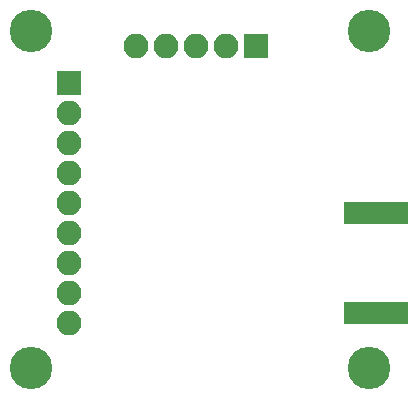
<source format=gbr>
G04 #@! TF.FileFunction,Soldermask,Bot*
%FSLAX46Y46*%
G04 Gerber Fmt 4.6, Leading zero omitted, Abs format (unit mm)*
G04 Created by KiCad (PCBNEW 4.0.7) date 05/08/18 00:09:52*
%MOMM*%
%LPD*%
G01*
G04 APERTURE LIST*
%ADD10C,0.100000*%
%ADD11R,2.100000X2.100000*%
%ADD12O,2.100000X2.100000*%
%ADD13R,5.480000X1.900000*%
%ADD14C,3.600000*%
G04 APERTURE END LIST*
D10*
D11*
X114300000Y-83820000D03*
D12*
X114300000Y-86360000D03*
X114300000Y-88900000D03*
X114300000Y-91440000D03*
X114300000Y-93980000D03*
X114300000Y-96520000D03*
X114300000Y-99060000D03*
X114300000Y-101600000D03*
X114300000Y-104140000D03*
D11*
X130175000Y-80645000D03*
D12*
X127635000Y-80645000D03*
X125095000Y-80645000D03*
X122555000Y-80645000D03*
X120015000Y-80645000D03*
D13*
X140335000Y-103310000D03*
X140335000Y-94810000D03*
D14*
X111125000Y-107950000D03*
X139700000Y-107950000D03*
X111125000Y-79375000D03*
X139700000Y-79375000D03*
M02*

</source>
